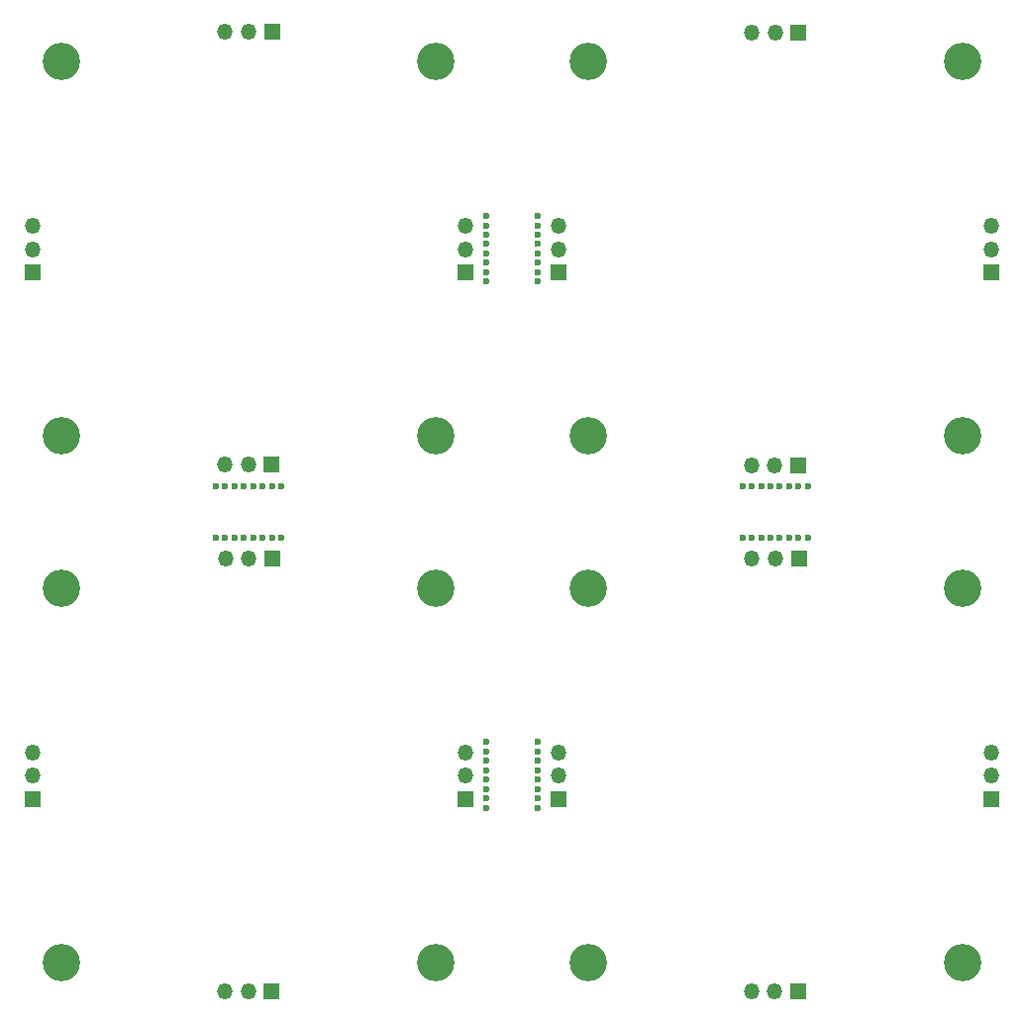
<source format=gbr>
%TF.GenerationSoftware,KiCad,Pcbnew,7.0.1*%
%TF.CreationDate,2023-09-10T14:18:25+09:00*%
%TF.ProjectId,block_socket,626c6f63-6b5f-4736-9f63-6b65742e6b69,rev?*%
%TF.SameCoordinates,Original*%
%TF.FileFunction,Soldermask,Bot*%
%TF.FilePolarity,Negative*%
%FSLAX46Y46*%
G04 Gerber Fmt 4.6, Leading zero omitted, Abs format (unit mm)*
G04 Created by KiCad (PCBNEW 7.0.1) date 2023-09-10 14:18:25*
%MOMM*%
%LPD*%
G01*
G04 APERTURE LIST*
%ADD10C,3.200000*%
%ADD11R,1.350000X1.350000*%
%ADD12O,1.350000X1.350000*%
%ADD13C,0.600000*%
G04 APERTURE END LIST*
D10*
%TO.C,REF\u002A\u002A*%
X68740000Y-84830000D03*
%TD*%
D11*
%TO.C,J402*%
X148250000Y-57870000D03*
D12*
X148250000Y-55870000D03*
X148250000Y-53870000D03*
%TD*%
D10*
%TO.C,REF\u002A\u002A*%
X113760000Y-116850000D03*
%TD*%
D11*
%TO.C,J404*%
X111260000Y-102900000D03*
D12*
X111260000Y-100900000D03*
X111260000Y-98900000D03*
%TD*%
D10*
%TO.C,REF\u002A\u002A*%
X68740000Y-116830000D03*
%TD*%
D11*
%TO.C,J402*%
X103240000Y-102880000D03*
D12*
X103240000Y-100880000D03*
X103240000Y-98880000D03*
%TD*%
D10*
%TO.C,REF\u002A\u002A*%
X68730000Y-71810000D03*
%TD*%
D13*
%TO.C,REF\u002A\u002A*%
X109430000Y-53030000D03*
X105030000Y-53030000D03*
X109430000Y-53830000D03*
X105030000Y-53830000D03*
X109430000Y-54630000D03*
X105030000Y-54630000D03*
X109430000Y-55430000D03*
X105030000Y-55430000D03*
X109430000Y-56230000D03*
X105030000Y-56230000D03*
X109430000Y-57030000D03*
X105030000Y-57030000D03*
X109430000Y-57830000D03*
X105030000Y-57830000D03*
X109430000Y-58630000D03*
X105030000Y-58630000D03*
%TD*%
D10*
%TO.C,REF\u002A\u002A*%
X145750000Y-71820000D03*
%TD*%
%TO.C,REF\u002A\u002A*%
X113750000Y-71820000D03*
%TD*%
D11*
%TO.C,J403*%
X86680000Y-74310000D03*
D12*
X84680000Y-74310000D03*
X82680000Y-74310000D03*
%TD*%
D10*
%TO.C,REF\u002A\u002A*%
X68730000Y-39810000D03*
%TD*%
D11*
%TO.C,J401*%
X131750000Y-37320000D03*
D12*
X129750000Y-37320000D03*
X127750000Y-37320000D03*
%TD*%
D10*
%TO.C,REF\u002A\u002A*%
X145750000Y-39820000D03*
%TD*%
D13*
%TO.C,REF\u002A\u002A*%
X81930000Y-76130000D03*
X81930000Y-80530000D03*
X82730000Y-76130000D03*
X82730000Y-80530000D03*
X83530000Y-76130000D03*
X83530000Y-80530000D03*
X84330000Y-76130000D03*
X84330000Y-80530000D03*
X85130000Y-76130000D03*
X85130000Y-80530000D03*
X85930000Y-76130000D03*
X85930000Y-80530000D03*
X86730000Y-76130000D03*
X86730000Y-80530000D03*
X87530000Y-76130000D03*
X87530000Y-80530000D03*
%TD*%
D11*
%TO.C,J401*%
X86740000Y-82330000D03*
D12*
X84740000Y-82330000D03*
X82740000Y-82330000D03*
%TD*%
D11*
%TO.C,J403*%
X131710000Y-119350000D03*
D12*
X129710000Y-119350000D03*
X127710000Y-119350000D03*
%TD*%
D10*
%TO.C,REF\u002A\u002A*%
X113760000Y-84850000D03*
%TD*%
D11*
%TO.C,J404*%
X111250000Y-57870000D03*
D12*
X111250000Y-55870000D03*
X111250000Y-53870000D03*
%TD*%
D10*
%TO.C,REF\u002A\u002A*%
X145760000Y-84850000D03*
%TD*%
D11*
%TO.C,J402*%
X103230000Y-57860000D03*
D12*
X103230000Y-55860000D03*
X103230000Y-53860000D03*
%TD*%
D11*
%TO.C,J404*%
X66240000Y-102880000D03*
D12*
X66240000Y-100880000D03*
X66240000Y-98880000D03*
%TD*%
D11*
%TO.C,J401*%
X86730000Y-37310000D03*
D12*
X84730000Y-37310000D03*
X82730000Y-37310000D03*
%TD*%
D13*
%TO.C,REF\u002A\u002A*%
X105044466Y-103615534D03*
X109444466Y-103615534D03*
X105044466Y-102815534D03*
X109444466Y-102815534D03*
X105044466Y-102015534D03*
X109444466Y-102015534D03*
X105044466Y-101215534D03*
X109444466Y-101215534D03*
X105044466Y-100415534D03*
X109444466Y-100415534D03*
X105044466Y-99615534D03*
X109444466Y-99615534D03*
X105044466Y-98815534D03*
X109444466Y-98815534D03*
X105044466Y-98015534D03*
X109444466Y-98015534D03*
%TD*%
D11*
%TO.C,J403*%
X86690000Y-119330000D03*
D12*
X84690000Y-119330000D03*
X82690000Y-119330000D03*
%TD*%
D13*
%TO.C,REF\u002A\u002A*%
X132544466Y-80515534D03*
X132544466Y-76115534D03*
X131744466Y-80515534D03*
X131744466Y-76115534D03*
X130944466Y-80515534D03*
X130944466Y-76115534D03*
X130144466Y-80515534D03*
X130144466Y-76115534D03*
X129344466Y-80515534D03*
X129344466Y-76115534D03*
X128544466Y-80515534D03*
X128544466Y-76115534D03*
X127744466Y-80515534D03*
X127744466Y-76115534D03*
X126944466Y-80515534D03*
X126944466Y-76115534D03*
%TD*%
D10*
%TO.C,REF\u002A\u002A*%
X145760000Y-116850000D03*
%TD*%
%TO.C,REF\u002A\u002A*%
X100730000Y-71810000D03*
%TD*%
%TO.C,REF\u002A\u002A*%
X100730000Y-39810000D03*
%TD*%
%TO.C,REF\u002A\u002A*%
X113750000Y-39820000D03*
%TD*%
%TO.C,REF\u002A\u002A*%
X100740000Y-116830000D03*
%TD*%
D11*
%TO.C,J403*%
X131700000Y-74320000D03*
D12*
X129700000Y-74320000D03*
X127700000Y-74320000D03*
%TD*%
D11*
%TO.C,J401*%
X131760000Y-82350000D03*
D12*
X129760000Y-82350000D03*
X127760000Y-82350000D03*
%TD*%
D10*
%TO.C,REF\u002A\u002A*%
X100740000Y-84830000D03*
%TD*%
D11*
%TO.C,J402*%
X148260000Y-102900000D03*
D12*
X148260000Y-100900000D03*
X148260000Y-98900000D03*
%TD*%
D11*
%TO.C,J404*%
X66230000Y-57860000D03*
D12*
X66230000Y-55860000D03*
X66230000Y-53860000D03*
%TD*%
M02*

</source>
